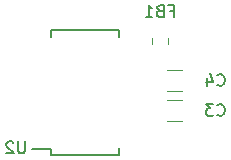
<source format=gbr>
G04 #@! TF.GenerationSoftware,KiCad,Pcbnew,5.1.6-c6e7f7d~86~ubuntu18.04.1*
G04 #@! TF.CreationDate,2020-05-25T23:57:25-07:00*
G04 #@! TF.ProjectId,usb_power,7573625f-706f-4776-9572-2e6b69636164,rev?*
G04 #@! TF.SameCoordinates,Original*
G04 #@! TF.FileFunction,Legend,Bot*
G04 #@! TF.FilePolarity,Positive*
%FSLAX46Y46*%
G04 Gerber Fmt 4.6, Leading zero omitted, Abs format (unit mm)*
G04 Created by KiCad (PCBNEW 5.1.6-c6e7f7d~86~ubuntu18.04.1) date 2020-05-25 23:57:25*
%MOMM*%
%LPD*%
G01*
G04 APERTURE LIST*
%ADD10C,0.150000*%
%ADD11C,0.120000*%
G04 APERTURE END LIST*
D10*
X154605000Y-112005000D02*
X154605000Y-111430000D01*
X160355000Y-112005000D02*
X160355000Y-111355000D01*
X160355000Y-101355000D02*
X160355000Y-102005000D01*
X154605000Y-101355000D02*
X154605000Y-102005000D01*
X154605000Y-112005000D02*
X160355000Y-112005000D01*
X154605000Y-101355000D02*
X160355000Y-101355000D01*
X154605000Y-111430000D02*
X153005000Y-111430000D01*
D11*
X164540000Y-102614252D02*
X164540000Y-102091748D01*
X163120000Y-102614252D02*
X163120000Y-102091748D01*
X164461436Y-106574000D02*
X165665564Y-106574000D01*
X164461436Y-104754000D02*
X165665564Y-104754000D01*
X164461436Y-109114000D02*
X165665564Y-109114000D01*
X164461436Y-107294000D02*
X165665564Y-107294000D01*
D10*
X152399904Y-110831380D02*
X152399904Y-111640904D01*
X152352285Y-111736142D01*
X152304666Y-111783761D01*
X152209428Y-111831380D01*
X152018952Y-111831380D01*
X151923714Y-111783761D01*
X151876095Y-111736142D01*
X151828476Y-111640904D01*
X151828476Y-110831380D01*
X151399904Y-110926619D02*
X151352285Y-110879000D01*
X151257047Y-110831380D01*
X151018952Y-110831380D01*
X150923714Y-110879000D01*
X150876095Y-110926619D01*
X150828476Y-111021857D01*
X150828476Y-111117095D01*
X150876095Y-111259952D01*
X151447523Y-111831380D01*
X150828476Y-111831380D01*
X164663333Y-99750571D02*
X164996666Y-99750571D01*
X164996666Y-100274380D02*
X164996666Y-99274380D01*
X164520476Y-99274380D01*
X163806190Y-99750571D02*
X163663333Y-99798190D01*
X163615714Y-99845809D01*
X163568095Y-99941047D01*
X163568095Y-100083904D01*
X163615714Y-100179142D01*
X163663333Y-100226761D01*
X163758571Y-100274380D01*
X164139523Y-100274380D01*
X164139523Y-99274380D01*
X163806190Y-99274380D01*
X163710952Y-99322000D01*
X163663333Y-99369619D01*
X163615714Y-99464857D01*
X163615714Y-99560095D01*
X163663333Y-99655333D01*
X163710952Y-99702952D01*
X163806190Y-99750571D01*
X164139523Y-99750571D01*
X162615714Y-100274380D02*
X163187142Y-100274380D01*
X162901428Y-100274380D02*
X162901428Y-99274380D01*
X162996666Y-99417238D01*
X163091904Y-99512476D01*
X163187142Y-99560095D01*
X168695666Y-106021142D02*
X168743285Y-106068761D01*
X168886142Y-106116380D01*
X168981380Y-106116380D01*
X169124238Y-106068761D01*
X169219476Y-105973523D01*
X169267095Y-105878285D01*
X169314714Y-105687809D01*
X169314714Y-105544952D01*
X169267095Y-105354476D01*
X169219476Y-105259238D01*
X169124238Y-105164000D01*
X168981380Y-105116380D01*
X168886142Y-105116380D01*
X168743285Y-105164000D01*
X168695666Y-105211619D01*
X167838523Y-105449714D02*
X167838523Y-106116380D01*
X168076619Y-105068761D02*
X168314714Y-105783047D01*
X167695666Y-105783047D01*
X168695666Y-108561142D02*
X168743285Y-108608761D01*
X168886142Y-108656380D01*
X168981380Y-108656380D01*
X169124238Y-108608761D01*
X169219476Y-108513523D01*
X169267095Y-108418285D01*
X169314714Y-108227809D01*
X169314714Y-108084952D01*
X169267095Y-107894476D01*
X169219476Y-107799238D01*
X169124238Y-107704000D01*
X168981380Y-107656380D01*
X168886142Y-107656380D01*
X168743285Y-107704000D01*
X168695666Y-107751619D01*
X168362333Y-107656380D02*
X167743285Y-107656380D01*
X168076619Y-108037333D01*
X167933761Y-108037333D01*
X167838523Y-108084952D01*
X167790904Y-108132571D01*
X167743285Y-108227809D01*
X167743285Y-108465904D01*
X167790904Y-108561142D01*
X167838523Y-108608761D01*
X167933761Y-108656380D01*
X168219476Y-108656380D01*
X168314714Y-108608761D01*
X168362333Y-108561142D01*
M02*

</source>
